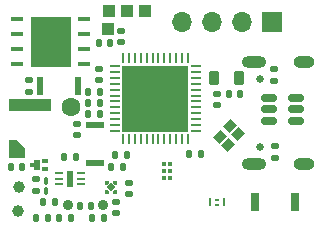
<source format=gbr>
%TF.GenerationSoftware,KiCad,Pcbnew,8.0.5*%
%TF.CreationDate,2024-11-08T04:09:33+01:00*%
%TF.ProjectId,hardware v4 pro max,68617264-7761-4726-9520-76342070726f,rev?*%
%TF.SameCoordinates,Original*%
%TF.FileFunction,Soldermask,Top*%
%TF.FilePolarity,Negative*%
%FSLAX46Y46*%
G04 Gerber Fmt 4.6, Leading zero omitted, Abs format (unit mm)*
G04 Created by KiCad (PCBNEW 8.0.5) date 2024-11-08 04:09:33*
%MOMM*%
%LPD*%
G01*
G04 APERTURE LIST*
G04 Aperture macros list*
%AMRoundRect*
0 Rectangle with rounded corners*
0 $1 Rounding radius*
0 $2 $3 $4 $5 $6 $7 $8 $9 X,Y pos of 4 corners*
0 Add a 4 corners polygon primitive as box body*
4,1,4,$2,$3,$4,$5,$6,$7,$8,$9,$2,$3,0*
0 Add four circle primitives for the rounded corners*
1,1,$1+$1,$2,$3*
1,1,$1+$1,$4,$5*
1,1,$1+$1,$6,$7*
1,1,$1+$1,$8,$9*
0 Add four rect primitives between the rounded corners*
20,1,$1+$1,$2,$3,$4,$5,0*
20,1,$1+$1,$4,$5,$6,$7,0*
20,1,$1+$1,$6,$7,$8,$9,0*
20,1,$1+$1,$8,$9,$2,$3,0*%
%AMRotRect*
0 Rectangle, with rotation*
0 The origin of the aperture is its center*
0 $1 length*
0 $2 width*
0 $3 Rotation angle, in degrees counterclockwise*
0 Add horizontal line*
21,1,$1,$2,0,0,$3*%
%AMOutline4P*
0 Free polygon, 4 corners , with rotation*
0 The origin of the aperture is its center*
0 number of corners: always 4*
0 $1 to $8 corner X, Y*
0 $9 Rotation angle, in degrees counterclockwise*
0 create outline with 4 corners*
4,1,4,$1,$2,$3,$4,$5,$6,$7,$8,$1,$2,$9*%
%AMOutline5P*
0 Free polygon, 5 corners , with rotation*
0 The origin of the aperture is its center*
0 number of corners: always 5*
0 $1 to $10 corner X, Y*
0 $11 Rotation angle, in degrees counterclockwise*
0 create outline with 5 corners*
4,1,5,$1,$2,$3,$4,$5,$6,$7,$8,$9,$10,$1,$2,$11*%
%AMOutline6P*
0 Free polygon, 6 corners , with rotation*
0 The origin of the aperture is its center*
0 number of corners: always 6*
0 $1 to $12 corner X, Y*
0 $13 Rotation angle, in degrees counterclockwise*
0 create outline with 6 corners*
4,1,6,$1,$2,$3,$4,$5,$6,$7,$8,$9,$10,$11,$12,$1,$2,$13*%
%AMOutline7P*
0 Free polygon, 7 corners , with rotation*
0 The origin of the aperture is its center*
0 number of corners: always 7*
0 $1 to $14 corner X, Y*
0 $15 Rotation angle, in degrees counterclockwise*
0 create outline with 7 corners*
4,1,7,$1,$2,$3,$4,$5,$6,$7,$8,$9,$10,$11,$12,$13,$14,$1,$2,$15*%
%AMOutline8P*
0 Free polygon, 8 corners , with rotation*
0 The origin of the aperture is its center*
0 number of corners: always 8*
0 $1 to $16 corner X, Y*
0 $17 Rotation angle, in degrees counterclockwise*
0 create outline with 8 corners*
4,1,8,$1,$2,$3,$4,$5,$6,$7,$8,$9,$10,$11,$12,$13,$14,$15,$16,$1,$2,$17*%
G04 Aperture macros list end*
%ADD10RoundRect,0.135000X-0.135000X-0.185000X0.135000X-0.185000X0.135000X0.185000X-0.135000X0.185000X0*%
%ADD11RoundRect,0.140000X-0.170000X0.140000X-0.170000X-0.140000X0.170000X-0.140000X0.170000X0.140000X0*%
%ADD12R,1.000000X1.000000*%
%ADD13R,0.800000X1.600000*%
%ADD14R,0.275000X0.700000*%
%ADD15R,0.450000X0.245000*%
%ADD16RotRect,0.775000X0.875000X315.000000*%
%ADD17RoundRect,0.135000X0.135000X0.185000X-0.135000X0.185000X-0.135000X-0.185000X0.135000X-0.185000X0*%
%ADD18RoundRect,0.147500X0.147500X0.172500X-0.147500X0.172500X-0.147500X-0.172500X0.147500X-0.172500X0*%
%ADD19R,1.700000X1.700000*%
%ADD20O,1.700000X1.700000*%
%ADD21R,0.799999X0.250000*%
%ADD22R,0.610000X1.420000*%
%ADD23RoundRect,0.140000X-0.140000X-0.170000X0.140000X-0.170000X0.140000X0.170000X-0.140000X0.170000X0*%
%ADD24RoundRect,0.062500X-0.375000X-0.062500X0.375000X-0.062500X0.375000X0.062500X-0.375000X0.062500X0*%
%ADD25RoundRect,0.062500X-0.062500X-0.375000X0.062500X-0.375000X0.062500X0.375000X-0.062500X0.375000X0*%
%ADD26R,5.600000X5.600000*%
%ADD27R,0.300000X0.300000*%
%ADD28RoundRect,0.150000X-0.512500X-0.150000X0.512500X-0.150000X0.512500X0.150000X-0.512500X0.150000X0*%
%ADD29Outline5P,-0.650000X0.750000X0.650000X0.750000X0.650000X-0.750000X0.000000X-0.750000X-0.650000X-0.100000X180.000000*%
%ADD30R,3.600000X1.100000*%
%ADD31RoundRect,0.140000X0.140000X0.170000X-0.140000X0.170000X-0.140000X-0.170000X0.140000X-0.170000X0*%
%ADD32Outline5P,-0.207500X0.150000X0.207500X0.150000X0.207500X0.000000X0.057500X-0.150000X-0.207500X-0.150000X270.000000*%
%ADD33Outline5P,-0.207500X0.150000X0.057500X0.150000X0.207500X0.000000X0.207500X-0.150000X-0.207500X-0.150000X270.000000*%
%ADD34RotRect,0.500000X0.500000X315.000000*%
%ADD35Outline5P,-0.207500X0.000000X-0.057500X0.150000X0.207500X0.150000X0.207500X-0.150000X-0.207500X-0.150000X270.000000*%
%ADD36Outline5P,-0.207500X0.150000X0.207500X0.150000X0.207500X-0.150000X-0.057500X-0.150000X-0.207500X0.000000X270.000000*%
%ADD37RoundRect,0.218750X-0.218750X-0.381250X0.218750X-0.381250X0.218750X0.381250X-0.218750X0.381250X0*%
%ADD38RoundRect,0.135000X-0.185000X0.135000X-0.185000X-0.135000X0.185000X-0.135000X0.185000X0.135000X0*%
%ADD39R,0.550000X1.500000*%
%ADD40C,1.000000*%
%ADD41RoundRect,0.140000X0.170000X-0.140000X0.170000X0.140000X-0.170000X0.140000X-0.170000X-0.140000X0*%
%ADD42R,1.050000X0.450000*%
%ADD43R,3.450000X4.350000*%
%ADD44RoundRect,0.100000X-0.100000X0.217500X-0.100000X-0.217500X0.100000X-0.217500X0.100000X0.217500X0*%
%ADD45RoundRect,0.135000X0.185000X-0.135000X0.185000X0.135000X-0.185000X0.135000X-0.185000X-0.135000X0*%
%ADD46R,1.500000X0.550000*%
%ADD47R,0.500000X0.350000*%
%ADD48R,0.340000X0.330000*%
%ADD49Outline4P,-0.450000X-0.220000X0.450000X-0.220000X0.450000X0.220000X-0.450000X0.220000X90.000000*%
%ADD50C,0.650000*%
%ADD51O,1.800000X1.000000*%
%ADD52O,2.100000X1.000000*%
%ADD53C,0.900000*%
%ADD54C,1.600000*%
G04 APERTURE END LIST*
D10*
%TO.C,R4*%
X133310000Y-109510000D03*
X134330000Y-109510000D03*
%TD*%
D11*
%TO.C,C21*%
X135740000Y-93700000D03*
X135740000Y-94660000D03*
%TD*%
D12*
%TO.C,REF\u002A\u002A*%
X134660000Y-93530000D03*
%TD*%
D13*
%TO.C,ANT1*%
X147110000Y-108220000D03*
X150510000Y-108220000D03*
%TD*%
D14*
%TO.C,FL1*%
X143265000Y-108230000D03*
D15*
X143877000Y-108457000D03*
D14*
X144490000Y-108230000D03*
D15*
X143877000Y-108003000D03*
%TD*%
D16*
%TO.C,Y1*%
X145016066Y-101765212D03*
X144115212Y-102666066D03*
X144803934Y-103354788D03*
X145704788Y-102453934D03*
%TD*%
D17*
%TO.C,R17*%
X130160000Y-108230000D03*
X129140000Y-108230000D03*
%TD*%
D12*
%TO.C,REF\u002A\u002A*%
X136250000Y-92010000D03*
%TD*%
D18*
%TO.C,L2*%
X145845000Y-99030000D03*
X144875000Y-99030000D03*
%TD*%
D19*
%TO.C,J3*%
X148570000Y-92965000D03*
D20*
X146030000Y-92965000D03*
X143490000Y-92965000D03*
X140950000Y-92965000D03*
%TD*%
D21*
%TO.C,U2*%
X130500000Y-105710000D03*
X130500000Y-106209999D03*
X130500000Y-106709998D03*
X132400002Y-106709998D03*
X132400002Y-106209999D03*
X132400002Y-105710000D03*
D22*
X131450001Y-106209999D03*
%TD*%
D12*
%TO.C,REF\u002A\u002A*%
X137830000Y-92020000D03*
%TD*%
D23*
%TO.C,C3*%
X132290000Y-108530000D03*
X133250000Y-108530000D03*
%TD*%
D24*
%TO.C,U1*%
X135245000Y-96680000D03*
X135245000Y-97180000D03*
X135245000Y-97680000D03*
X135245000Y-98180000D03*
X135245000Y-98680000D03*
X135245000Y-99180000D03*
X135245000Y-99680000D03*
X135245000Y-100180000D03*
X135245000Y-100680000D03*
X135245000Y-101180000D03*
X135245000Y-101680000D03*
X135245000Y-102180000D03*
D25*
X135932500Y-102867500D03*
X136432500Y-102867500D03*
X136932500Y-102867500D03*
X137432500Y-102867500D03*
X137932500Y-102867500D03*
X138432500Y-102867500D03*
X138932500Y-102867500D03*
X139432500Y-102867500D03*
X139932500Y-102867500D03*
X140432500Y-102867500D03*
X140932500Y-102867500D03*
X141432500Y-102867500D03*
D24*
X142120000Y-102180000D03*
X142120000Y-101680000D03*
X142120000Y-101180000D03*
X142120000Y-100680000D03*
X142120000Y-100180000D03*
X142120000Y-99680000D03*
X142120000Y-99180000D03*
X142120000Y-98680000D03*
X142120000Y-98180000D03*
X142120000Y-97680000D03*
X142120000Y-97180000D03*
X142120000Y-96680000D03*
D25*
X141432500Y-95992500D03*
X140932500Y-95992500D03*
X140432500Y-95992500D03*
X139932500Y-95992500D03*
X139432500Y-95992500D03*
X138932500Y-95992500D03*
X138432500Y-95992500D03*
X137932500Y-95992500D03*
X137432500Y-95992500D03*
X136932500Y-95992500D03*
X136432500Y-95992500D03*
X135932500Y-95992500D03*
D26*
X138682500Y-99430000D03*
%TD*%
D27*
%TO.C,IC1*%
X139930000Y-106134000D03*
X139930000Y-105547000D03*
X139930000Y-104960000D03*
X139430000Y-106134000D03*
X139430000Y-105547000D03*
X139430000Y-104960000D03*
%TD*%
D28*
%TO.C,U4*%
X148320000Y-99410000D03*
X148320000Y-100360000D03*
X148320000Y-101310000D03*
X150595000Y-101310000D03*
X150595000Y-100360000D03*
X150595000Y-99410000D03*
%TD*%
D17*
%TO.C,R16*%
X134010000Y-98850000D03*
X132990000Y-98850000D03*
%TD*%
D11*
%TO.C,C9*%
X127980000Y-97880000D03*
X127980000Y-98840000D03*
%TD*%
D12*
%TO.C,REF\u002A\u002A*%
X134760000Y-92040000D03*
%TD*%
D29*
%TO.C,BT1*%
X126950000Y-103730000D03*
D30*
X128100000Y-99940000D03*
%TD*%
D23*
%TO.C,C26*%
X133890000Y-94710000D03*
X134850000Y-94710000D03*
%TD*%
D10*
%TO.C,R12*%
X135260000Y-104240000D03*
X136280000Y-104240000D03*
%TD*%
D31*
%TO.C,C23*%
X142500000Y-104090000D03*
X141540000Y-104090000D03*
%TD*%
D32*
%TO.C,U3*%
X135255000Y-106542500D03*
D33*
X134545000Y-106542500D03*
D34*
X134900000Y-106935000D03*
D35*
X134545000Y-107327500D03*
D36*
X135255000Y-107327500D03*
%TD*%
D37*
%TO.C,L1*%
X143617500Y-97700000D03*
X145742500Y-97700000D03*
%TD*%
D38*
%TO.C,R6*%
X128570000Y-106240000D03*
X128570000Y-107260000D03*
%TD*%
D39*
%TO.C,SW4*%
X132130000Y-98345000D03*
X128880000Y-98345000D03*
%TD*%
D40*
%TO.C,TP1*%
X127050000Y-108950000D03*
%TD*%
D41*
%TO.C,C17*%
X132040000Y-102540000D03*
X132040000Y-101580000D03*
%TD*%
D38*
%TO.C,R15*%
X148780000Y-103460000D03*
X148780000Y-104480000D03*
%TD*%
D23*
%TO.C,C8*%
X126450000Y-105230000D03*
X127410000Y-105230000D03*
%TD*%
D17*
%TO.C,R11*%
X135930000Y-105230000D03*
X134910000Y-105230000D03*
%TD*%
D10*
%TO.C,R3*%
X130960000Y-104380000D03*
X131980000Y-104380000D03*
%TD*%
D11*
%TO.C,C5*%
X136410000Y-106580000D03*
X136410000Y-107540000D03*
%TD*%
D42*
%TO.C,IC2*%
X132670000Y-96540000D03*
X132670000Y-95270000D03*
X132670000Y-94000000D03*
X132670000Y-92730000D03*
X126970000Y-92730000D03*
X126970000Y-94000000D03*
X126970000Y-95270000D03*
X126970000Y-96540000D03*
D43*
X129820000Y-94635000D03*
%TD*%
D44*
%TO.C,D1*%
X129440000Y-106432500D03*
X129440000Y-107247500D03*
%TD*%
D45*
%TO.C,R14*%
X148750000Y-97950000D03*
X148750000Y-96930000D03*
%TD*%
D23*
%TO.C,C15*%
X132990000Y-100770000D03*
X133950000Y-100770000D03*
%TD*%
D46*
%TO.C,SW5*%
X133565000Y-104930000D03*
X133565000Y-101680000D03*
%TD*%
D47*
%TO.C,Q1*%
X129330000Y-105405000D03*
X129330000Y-104755000D03*
D48*
X128250000Y-105080000D03*
D49*
X128640000Y-105080000D03*
%TD*%
D17*
%TO.C,R5*%
X131550000Y-109530000D03*
X130530000Y-109530000D03*
%TD*%
D40*
%TO.C,TP2*%
X127090000Y-106930000D03*
%TD*%
D11*
%TO.C,C4*%
X135330000Y-108190000D03*
X135330000Y-109150000D03*
%TD*%
D41*
%TO.C,C1*%
X143920000Y-99990000D03*
X143920000Y-99030000D03*
%TD*%
D17*
%TO.C,R18*%
X129590000Y-109510000D03*
X128570000Y-109510000D03*
%TD*%
D11*
%TO.C,C18*%
X133910000Y-96940000D03*
X133910000Y-97900000D03*
%TD*%
D23*
%TO.C,C16*%
X133000000Y-99820000D03*
X133960000Y-99820000D03*
%TD*%
D50*
%TO.C,J4*%
X147565000Y-97780000D03*
X147565000Y-103560000D03*
D51*
X151245000Y-96350000D03*
D52*
X147065000Y-96350000D03*
D51*
X151245000Y-104990000D03*
D52*
X147065000Y-104990000D03*
%TD*%
D53*
%TO.C,SW1*%
X134245000Y-108417500D03*
X131245000Y-108417500D03*
%TD*%
D54*
%TO.C,PA1010D1*%
X131530000Y-100130000D03*
%TD*%
M02*

</source>
